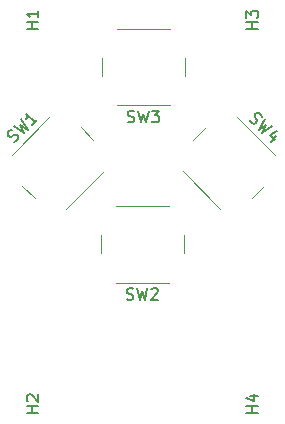
<source format=gbr>
%TF.GenerationSoftware,KiCad,Pcbnew,7.0.7*%
%TF.CreationDate,2023-09-26T19:09:10+01:00*%
%TF.ProjectId,dpad,64706164-2e6b-4696-9361-645f70636258,1*%
%TF.SameCoordinates,Original*%
%TF.FileFunction,Legend,Top*%
%TF.FilePolarity,Positive*%
%FSLAX46Y46*%
G04 Gerber Fmt 4.6, Leading zero omitted, Abs format (unit mm)*
G04 Created by KiCad (PCBNEW 7.0.7) date 2023-09-26 19:09:10*
%MOMM*%
%LPD*%
G01*
G04 APERTURE LIST*
%ADD10C,0.150000*%
%ADD11C,0.120000*%
G04 APERTURE END LIST*
D10*
X92654819Y-71961904D02*
X91654819Y-71961904D01*
X92131009Y-71961904D02*
X92131009Y-71390476D01*
X92654819Y-71390476D02*
X91654819Y-71390476D01*
X91988152Y-70485714D02*
X92654819Y-70485714D01*
X91607200Y-70723809D02*
X92321485Y-70961904D01*
X92321485Y-70961904D02*
X92321485Y-70342857D01*
X92654819Y-39461904D02*
X91654819Y-39461904D01*
X92131009Y-39461904D02*
X92131009Y-38890476D01*
X92654819Y-38890476D02*
X91654819Y-38890476D01*
X91654819Y-38509523D02*
X91654819Y-37890476D01*
X91654819Y-37890476D02*
X92035771Y-38223809D01*
X92035771Y-38223809D02*
X92035771Y-38080952D01*
X92035771Y-38080952D02*
X92083390Y-37985714D01*
X92083390Y-37985714D02*
X92131009Y-37938095D01*
X92131009Y-37938095D02*
X92226247Y-37890476D01*
X92226247Y-37890476D02*
X92464342Y-37890476D01*
X92464342Y-37890476D02*
X92559580Y-37938095D01*
X92559580Y-37938095D02*
X92607200Y-37985714D01*
X92607200Y-37985714D02*
X92654819Y-38080952D01*
X92654819Y-38080952D02*
X92654819Y-38366666D01*
X92654819Y-38366666D02*
X92607200Y-38461904D01*
X92607200Y-38461904D02*
X92559580Y-38509523D01*
X74054819Y-71961904D02*
X73054819Y-71961904D01*
X73531009Y-71961904D02*
X73531009Y-71390476D01*
X74054819Y-71390476D02*
X73054819Y-71390476D01*
X73150057Y-70961904D02*
X73102438Y-70914285D01*
X73102438Y-70914285D02*
X73054819Y-70819047D01*
X73054819Y-70819047D02*
X73054819Y-70580952D01*
X73054819Y-70580952D02*
X73102438Y-70485714D01*
X73102438Y-70485714D02*
X73150057Y-70438095D01*
X73150057Y-70438095D02*
X73245295Y-70390476D01*
X73245295Y-70390476D02*
X73340533Y-70390476D01*
X73340533Y-70390476D02*
X73483390Y-70438095D01*
X73483390Y-70438095D02*
X74054819Y-71009523D01*
X74054819Y-71009523D02*
X74054819Y-70390476D01*
X74054819Y-39461904D02*
X73054819Y-39461904D01*
X73531009Y-39461904D02*
X73531009Y-38890476D01*
X74054819Y-38890476D02*
X73054819Y-38890476D01*
X74054819Y-37890476D02*
X74054819Y-38461904D01*
X74054819Y-38176190D02*
X73054819Y-38176190D01*
X73054819Y-38176190D02*
X73197676Y-38271428D01*
X73197676Y-38271428D02*
X73292914Y-38366666D01*
X73292914Y-38366666D02*
X73340533Y-38461904D01*
X81518667Y-62339200D02*
X81661524Y-62386819D01*
X81661524Y-62386819D02*
X81899619Y-62386819D01*
X81899619Y-62386819D02*
X81994857Y-62339200D01*
X81994857Y-62339200D02*
X82042476Y-62291580D01*
X82042476Y-62291580D02*
X82090095Y-62196342D01*
X82090095Y-62196342D02*
X82090095Y-62101104D01*
X82090095Y-62101104D02*
X82042476Y-62005866D01*
X82042476Y-62005866D02*
X81994857Y-61958247D01*
X81994857Y-61958247D02*
X81899619Y-61910628D01*
X81899619Y-61910628D02*
X81709143Y-61863009D01*
X81709143Y-61863009D02*
X81613905Y-61815390D01*
X81613905Y-61815390D02*
X81566286Y-61767771D01*
X81566286Y-61767771D02*
X81518667Y-61672533D01*
X81518667Y-61672533D02*
X81518667Y-61577295D01*
X81518667Y-61577295D02*
X81566286Y-61482057D01*
X81566286Y-61482057D02*
X81613905Y-61434438D01*
X81613905Y-61434438D02*
X81709143Y-61386819D01*
X81709143Y-61386819D02*
X81947238Y-61386819D01*
X81947238Y-61386819D02*
X82090095Y-61434438D01*
X82423429Y-61386819D02*
X82661524Y-62386819D01*
X82661524Y-62386819D02*
X82852000Y-61672533D01*
X82852000Y-61672533D02*
X83042476Y-62386819D01*
X83042476Y-62386819D02*
X83280572Y-61386819D01*
X83613905Y-61482057D02*
X83661524Y-61434438D01*
X83661524Y-61434438D02*
X83756762Y-61386819D01*
X83756762Y-61386819D02*
X83994857Y-61386819D01*
X83994857Y-61386819D02*
X84090095Y-61434438D01*
X84090095Y-61434438D02*
X84137714Y-61482057D01*
X84137714Y-61482057D02*
X84185333Y-61577295D01*
X84185333Y-61577295D02*
X84185333Y-61672533D01*
X84185333Y-61672533D02*
X84137714Y-61815390D01*
X84137714Y-61815390D02*
X83566286Y-62386819D01*
X83566286Y-62386819D02*
X84185333Y-62386819D01*
X91940462Y-47127921D02*
X92007805Y-47262608D01*
X92007805Y-47262608D02*
X92176164Y-47430966D01*
X92176164Y-47430966D02*
X92277179Y-47464638D01*
X92277179Y-47464638D02*
X92344523Y-47464638D01*
X92344523Y-47464638D02*
X92445538Y-47430966D01*
X92445538Y-47430966D02*
X92512882Y-47363623D01*
X92512882Y-47363623D02*
X92546553Y-47262608D01*
X92546553Y-47262608D02*
X92546553Y-47195264D01*
X92546553Y-47195264D02*
X92512882Y-47094249D01*
X92512882Y-47094249D02*
X92411866Y-46925890D01*
X92411866Y-46925890D02*
X92378195Y-46824875D01*
X92378195Y-46824875D02*
X92378195Y-46757531D01*
X92378195Y-46757531D02*
X92411866Y-46656516D01*
X92411866Y-46656516D02*
X92479210Y-46589173D01*
X92479210Y-46589173D02*
X92580225Y-46555501D01*
X92580225Y-46555501D02*
X92647569Y-46555501D01*
X92647569Y-46555501D02*
X92748584Y-46589173D01*
X92748584Y-46589173D02*
X92916943Y-46757531D01*
X92916943Y-46757531D02*
X92984286Y-46892218D01*
X93253660Y-47094249D02*
X92714912Y-47969715D01*
X92714912Y-47969715D02*
X93354676Y-47599325D01*
X93354676Y-47599325D02*
X92984286Y-48239089D01*
X92984286Y-48239089D02*
X93859752Y-47700341D01*
X94196469Y-48508462D02*
X93725065Y-48979867D01*
X94297484Y-48070730D02*
X93624049Y-48407447D01*
X93624049Y-48407447D02*
X94061782Y-48845180D01*
X81616667Y-47317200D02*
X81759524Y-47364819D01*
X81759524Y-47364819D02*
X81997619Y-47364819D01*
X81997619Y-47364819D02*
X82092857Y-47317200D01*
X82092857Y-47317200D02*
X82140476Y-47269580D01*
X82140476Y-47269580D02*
X82188095Y-47174342D01*
X82188095Y-47174342D02*
X82188095Y-47079104D01*
X82188095Y-47079104D02*
X82140476Y-46983866D01*
X82140476Y-46983866D02*
X82092857Y-46936247D01*
X82092857Y-46936247D02*
X81997619Y-46888628D01*
X81997619Y-46888628D02*
X81807143Y-46841009D01*
X81807143Y-46841009D02*
X81711905Y-46793390D01*
X81711905Y-46793390D02*
X81664286Y-46745771D01*
X81664286Y-46745771D02*
X81616667Y-46650533D01*
X81616667Y-46650533D02*
X81616667Y-46555295D01*
X81616667Y-46555295D02*
X81664286Y-46460057D01*
X81664286Y-46460057D02*
X81711905Y-46412438D01*
X81711905Y-46412438D02*
X81807143Y-46364819D01*
X81807143Y-46364819D02*
X82045238Y-46364819D01*
X82045238Y-46364819D02*
X82188095Y-46412438D01*
X82521429Y-46364819D02*
X82759524Y-47364819D01*
X82759524Y-47364819D02*
X82950000Y-46650533D01*
X82950000Y-46650533D02*
X83140476Y-47364819D01*
X83140476Y-47364819D02*
X83378572Y-46364819D01*
X83664286Y-46364819D02*
X84283333Y-46364819D01*
X84283333Y-46364819D02*
X83950000Y-46745771D01*
X83950000Y-46745771D02*
X84092857Y-46745771D01*
X84092857Y-46745771D02*
X84188095Y-46793390D01*
X84188095Y-46793390D02*
X84235714Y-46841009D01*
X84235714Y-46841009D02*
X84283333Y-46936247D01*
X84283333Y-46936247D02*
X84283333Y-47174342D01*
X84283333Y-47174342D02*
X84235714Y-47269580D01*
X84235714Y-47269580D02*
X84188095Y-47317200D01*
X84188095Y-47317200D02*
X84092857Y-47364819D01*
X84092857Y-47364819D02*
X83807143Y-47364819D01*
X83807143Y-47364819D02*
X83711905Y-47317200D01*
X83711905Y-47317200D02*
X83664286Y-47269580D01*
X72027921Y-49013538D02*
X72162608Y-48946195D01*
X72162608Y-48946195D02*
X72330966Y-48777836D01*
X72330966Y-48777836D02*
X72364638Y-48676821D01*
X72364638Y-48676821D02*
X72364638Y-48609477D01*
X72364638Y-48609477D02*
X72330966Y-48508462D01*
X72330966Y-48508462D02*
X72263623Y-48441118D01*
X72263623Y-48441118D02*
X72162608Y-48407447D01*
X72162608Y-48407447D02*
X72095264Y-48407447D01*
X72095264Y-48407447D02*
X71994249Y-48441118D01*
X71994249Y-48441118D02*
X71825890Y-48542134D01*
X71825890Y-48542134D02*
X71724875Y-48575805D01*
X71724875Y-48575805D02*
X71657531Y-48575805D01*
X71657531Y-48575805D02*
X71556516Y-48542134D01*
X71556516Y-48542134D02*
X71489173Y-48474790D01*
X71489173Y-48474790D02*
X71455501Y-48373775D01*
X71455501Y-48373775D02*
X71455501Y-48306431D01*
X71455501Y-48306431D02*
X71489173Y-48205416D01*
X71489173Y-48205416D02*
X71657531Y-48037057D01*
X71657531Y-48037057D02*
X71792218Y-47969714D01*
X71994249Y-47700340D02*
X72869715Y-48239088D01*
X72869715Y-48239088D02*
X72499325Y-47599324D01*
X72499325Y-47599324D02*
X73139089Y-47969714D01*
X73139089Y-47969714D02*
X72600341Y-47094248D01*
X73947210Y-47161592D02*
X73543149Y-47565653D01*
X73745180Y-47363622D02*
X73038073Y-46656516D01*
X73038073Y-46656516D02*
X73071745Y-46824874D01*
X73071745Y-46824874D02*
X73071745Y-46959561D01*
X73071745Y-46959561D02*
X73038073Y-47060577D01*
D11*
%TO.C,SW2*%
X86352000Y-58432000D02*
X86352000Y-56932000D01*
X85102000Y-54432000D02*
X80602000Y-54432000D01*
X80602000Y-60932000D02*
X85102000Y-60932000D01*
X79352000Y-56932000D02*
X79352000Y-58432000D01*
%TO.C,SW4*%
X88221457Y-47782796D02*
X87160797Y-48843457D01*
X86276913Y-51495107D02*
X89458894Y-54677088D01*
X94055088Y-50080894D02*
X90873108Y-46898913D01*
X92110544Y-53793204D02*
X93171205Y-52732544D01*
%TO.C,SW3*%
X86450000Y-43410000D02*
X86450000Y-41910000D01*
X85200000Y-39410000D02*
X80700000Y-39410000D01*
X80700000Y-45910000D02*
X85200000Y-45910000D01*
X79450000Y-41910000D02*
X79450000Y-43410000D01*
%TO.C,SW1*%
X72682796Y-52732544D02*
X73743457Y-53793204D01*
X76395107Y-54677088D02*
X79577088Y-51495107D01*
X74980894Y-46898913D02*
X71798913Y-50080893D01*
X78693204Y-48843457D02*
X77632544Y-47782796D01*
%TD*%
M02*

</source>
